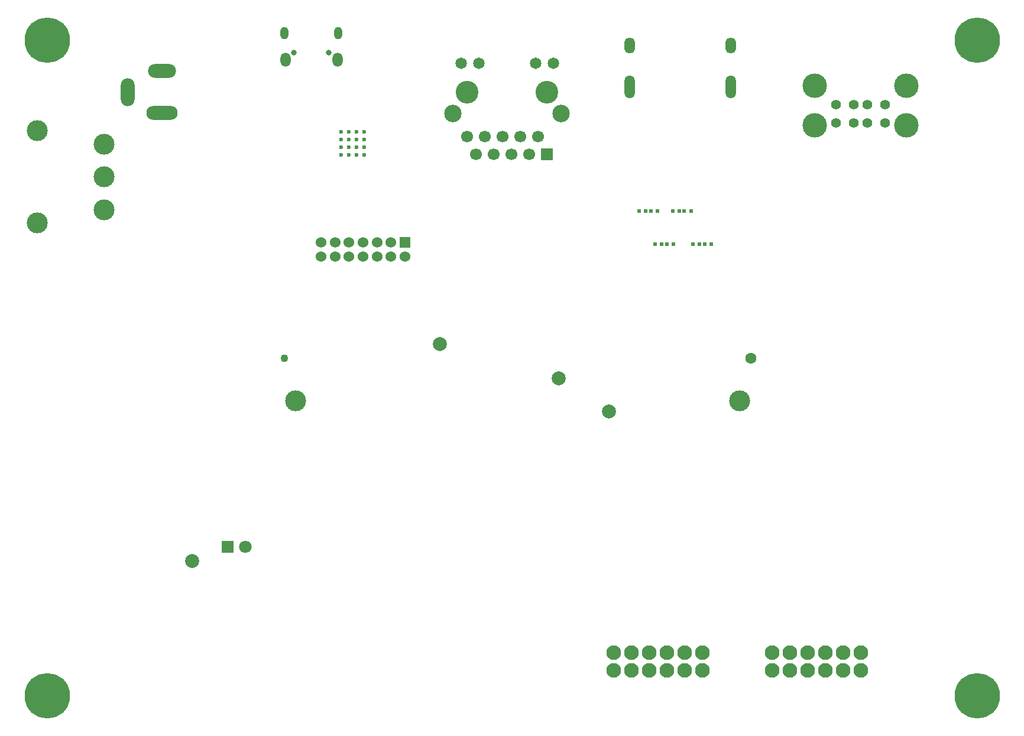
<source format=gbs>
%FSLAX25Y25*%
%MOIN*%
G70*
G01*
G75*
G04 Layer_Color=16711935*
%ADD10C,0.02362*%
%ADD11C,0.00984*%
%ADD12R,0.02441X0.02244*%
%ADD13R,0.02244X0.02441*%
%ADD14O,0.01378X0.06693*%
%ADD15R,0.01614X0.06299*%
%ADD16R,0.02362X0.02165*%
%ADD17R,0.01181X0.10236*%
%ADD18R,0.03000X0.03000*%
G04:AMPARAMS|DCode=19|XSize=29.53mil|YSize=16.54mil|CornerRadius=4.13mil|HoleSize=0mil|Usage=FLASHONLY|Rotation=90.000|XOffset=0mil|YOffset=0mil|HoleType=Round|Shape=RoundedRectangle|*
%AMROUNDEDRECTD19*
21,1,0.02953,0.00827,0,0,90.0*
21,1,0.02126,0.01654,0,0,90.0*
1,1,0.00827,0.00413,0.01063*
1,1,0.00827,0.00413,-0.01063*
1,1,0.00827,-0.00413,-0.01063*
1,1,0.00827,-0.00413,0.01063*
%
%ADD19ROUNDEDRECTD19*%
%ADD20O,0.03150X0.01181*%
%ADD21O,0.01181X0.03150*%
%ADD22R,0.03937X0.05906*%
%ADD23R,0.05906X0.03937*%
%ADD24O,0.01378X0.05512*%
%ADD25R,0.03819X0.03780*%
%ADD26R,0.01181X0.02165*%
%ADD27R,0.01575X0.02165*%
%ADD28R,0.03937X0.02362*%
%ADD29R,0.03000X0.03000*%
%ADD30R,0.05118X0.06102*%
%ADD31C,0.07874*%
%ADD32R,0.02756X0.00984*%
%ADD33R,0.10630X0.10630*%
%ADD34R,0.00984X0.02756*%
%ADD35R,0.06102X0.05118*%
%ADD36R,0.01575X0.01969*%
%ADD37R,0.05906X0.02165*%
%ADD38R,0.03780X0.03819*%
%ADD39R,0.13504X0.09843*%
%ADD40R,0.03937X0.06890*%
%ADD41R,0.02756X0.06890*%
%ADD42R,0.05906X0.06890*%
%ADD43R,0.03150X0.05512*%
%ADD44R,0.05906X0.03937*%
%ADD45R,0.03937X0.06102*%
%ADD46R,0.06200X0.02400*%
%ADD47O,0.06200X0.02400*%
%ADD48R,0.02400X0.06200*%
%ADD49O,0.02400X0.06200*%
%ADD50R,0.01181X0.01181*%
%ADD51R,0.01772X0.02323*%
%ADD52R,0.00787X0.01969*%
%ADD53R,0.08504X0.08898*%
%ADD54R,0.04000X0.05000*%
%ADD55R,0.05000X0.04000*%
%ADD56R,0.01378X0.07874*%
%ADD57R,0.17716X0.18110*%
%ADD58R,0.02441X0.01575*%
%ADD59R,0.04724X0.01181*%
%ADD60R,0.11811X0.10630*%
%ADD61R,0.05512X0.04528*%
%ADD62R,0.04528X0.05512*%
%ADD63R,0.01772X0.05118*%
%ADD64R,0.03740X0.03740*%
%ADD65R,0.02362X0.03937*%
%ADD66O,0.02756X0.00984*%
%ADD67O,0.00984X0.02756*%
%ADD68R,0.17126X0.17126*%
%ADD69C,0.00787*%
%ADD70C,0.00906*%
%ADD71C,0.01969*%
%ADD72C,0.01378*%
%ADD73C,0.01181*%
%ADD74C,0.02756*%
%ADD75C,0.01575*%
%ADD76C,0.00052*%
%ADD77C,0.01000*%
%ADD78C,0.07087*%
%ADD79R,0.07087X0.07087*%
%ADD80C,0.07480*%
%ADD81C,0.25590*%
%ADD82O,0.05906X0.12992*%
%ADD83O,0.05906X0.09055*%
%ADD84C,0.20866*%
%ADD85C,0.08268*%
%ADD86C,0.12795*%
%ADD87C,0.06496*%
%ADD88C,0.09843*%
%ADD89C,0.06693*%
%ADD90R,0.06693X0.06693*%
%ADD91C,0.06000*%
%ADD92R,0.06000X0.06000*%
%ADD93C,0.13780*%
%ADD94C,0.05512*%
%ADD95O,0.15748X0.07874*%
%ADD96O,0.07874X0.15748*%
%ADD97O,0.17716X0.07874*%
%ADD98C,0.04331*%
%ADD99C,0.06299*%
%ADD100C,0.11811*%
%ADD101C,0.03150*%
%ADD102O,0.04528X0.07087*%
%ADD103O,0.05709X0.07874*%
%ADD104C,0.02362*%
%ADD105C,0.00866*%
%ADD106C,0.00900*%
%ADD107C,0.00500*%
%ADD108C,0.00394*%
%ADD109C,0.00591*%
%ADD110C,0.00700*%
%ADD111C,0.00701*%
%ADD112C,0.00472*%
D13*
X359252Y273228D02*
D03*
X363032D02*
D03*
X356417D02*
D03*
X352638D02*
D03*
X370748Y254724D02*
D03*
X374528D02*
D03*
X367835D02*
D03*
X364055D02*
D03*
X349488D02*
D03*
X353268D02*
D03*
X346575D02*
D03*
X342795D02*
D03*
X340433Y273228D02*
D03*
X344213D02*
D03*
X337520D02*
D03*
X333740D02*
D03*
D31*
X288386Y179134D02*
D03*
X316732Y160236D02*
D03*
X221457Y198425D02*
D03*
X81693Y75931D02*
D03*
D78*
X111890Y83858D02*
D03*
D79*
X101890D02*
D03*
D81*
X524409Y369685D02*
D03*
X197D02*
D03*
X0Y0D02*
D03*
X524409D02*
D03*
D82*
X385433Y343307D02*
D03*
X328346D02*
D03*
D83*
X385433Y366772D02*
D03*
X328346D02*
D03*
D85*
X408779Y14173D02*
D03*
X418780D02*
D03*
X428780D02*
D03*
X438779D02*
D03*
X448779D02*
D03*
X458779D02*
D03*
Y24173D02*
D03*
X448779D02*
D03*
X438779D02*
D03*
X428780D02*
D03*
X418780D02*
D03*
X408779D02*
D03*
X319409Y14173D02*
D03*
X329410D02*
D03*
X339409D02*
D03*
X349410D02*
D03*
Y24173D02*
D03*
X339409D02*
D03*
X329410D02*
D03*
X319409D02*
D03*
X369409D02*
D03*
X359409D02*
D03*
X369409Y14173D02*
D03*
X359409D02*
D03*
D86*
X281909Y340449D02*
D03*
X236909D02*
D03*
D87*
X275512Y356512D02*
D03*
X243307D02*
D03*
X285512D02*
D03*
X233307D02*
D03*
D88*
X289902Y328441D02*
D03*
X228917D02*
D03*
D89*
X261909Y305449D02*
D03*
X241909D02*
D03*
X236909Y315449D02*
D03*
X266909D02*
D03*
X246909D02*
D03*
X251909Y305449D02*
D03*
X276909Y315449D02*
D03*
X271909Y305449D02*
D03*
X256909Y315449D02*
D03*
D90*
X281909Y305449D02*
D03*
D91*
X154528Y247638D02*
D03*
Y255512D02*
D03*
X162402Y247638D02*
D03*
Y255512D02*
D03*
X170276Y247638D02*
D03*
Y255512D02*
D03*
X178150Y247638D02*
D03*
Y255512D02*
D03*
X186024Y247638D02*
D03*
Y255512D02*
D03*
X193898Y247638D02*
D03*
Y255512D02*
D03*
X201772Y247638D02*
D03*
D92*
Y255512D02*
D03*
D93*
X432795Y321615D02*
D03*
Y343977D02*
D03*
X484527Y321615D02*
D03*
X484527Y343977D02*
D03*
D94*
X444882Y323111D02*
D03*
X472441Y333347D02*
D03*
X444882D02*
D03*
X472441Y323111D02*
D03*
X462598Y333347D02*
D03*
X454724D02*
D03*
X462598Y323111D02*
D03*
X454724D02*
D03*
D95*
X64764Y352362D02*
D03*
D96*
X45472Y340354D02*
D03*
D97*
X64764Y328740D02*
D03*
D98*
X133823Y190350D02*
D03*
D99*
X396815D02*
D03*
D100*
X390516Y166335D02*
D03*
X140122D02*
D03*
X-5433Y318504D02*
D03*
Y266535D02*
D03*
X32087Y311024D02*
D03*
Y292520D02*
D03*
Y274016D02*
D03*
D101*
X139173Y362795D02*
D03*
X158858D02*
D03*
D102*
X133760Y373622D02*
D03*
X164272D02*
D03*
D103*
X134350Y358661D02*
D03*
X163681D02*
D03*
D104*
X165748Y317913D02*
D03*
X170079D02*
D03*
X174409D02*
D03*
X178740D02*
D03*
X165748Y313583D02*
D03*
X170079D02*
D03*
X174409D02*
D03*
X178740D02*
D03*
X165748Y309252D02*
D03*
X170079D02*
D03*
X174409D02*
D03*
X178740D02*
D03*
X165748Y304921D02*
D03*
X170079D02*
D03*
X174409D02*
D03*
X178740D02*
D03*
M02*

</source>
